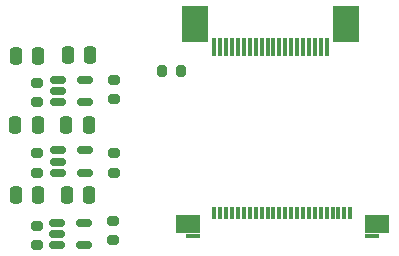
<source format=gtp>
G04 #@! TF.GenerationSoftware,KiCad,Pcbnew,9.0.0*
G04 #@! TF.CreationDate,2025-09-01T12:56:58+03:00*
G04 #@! TF.ProjectId,OV24-RV_V1.0,4f563234-2d52-4565-9f56-312e302e6b69,rev?*
G04 #@! TF.SameCoordinates,Original*
G04 #@! TF.FileFunction,Paste,Top*
G04 #@! TF.FilePolarity,Positive*
%FSLAX46Y46*%
G04 Gerber Fmt 4.6, Leading zero omitted, Abs format (unit mm)*
G04 Created by KiCad (PCBNEW 9.0.0) date 2025-09-01 12:56:58*
%MOMM*%
%LPD*%
G01*
G04 APERTURE LIST*
G04 Aperture macros list*
%AMRoundRect*
0 Rectangle with rounded corners*
0 $1 Rounding radius*
0 $2 $3 $4 $5 $6 $7 $8 $9 X,Y pos of 4 corners*
0 Add a 4 corners polygon primitive as box body*
4,1,4,$2,$3,$4,$5,$6,$7,$8,$9,$2,$3,0*
0 Add four circle primitives for the rounded corners*
1,1,$1+$1,$2,$3*
1,1,$1+$1,$4,$5*
1,1,$1+$1,$6,$7*
1,1,$1+$1,$8,$9*
0 Add four rect primitives between the rounded corners*
20,1,$1+$1,$2,$3,$4,$5,0*
20,1,$1+$1,$4,$5,$6,$7,0*
20,1,$1+$1,$6,$7,$8,$9,0*
20,1,$1+$1,$8,$9,$2,$3,0*%
G04 Aperture macros list end*
%ADD10RoundRect,0.150000X-0.512500X-0.150000X0.512500X-0.150000X0.512500X0.150000X-0.512500X0.150000X0*%
%ADD11RoundRect,0.250000X0.250000X0.475000X-0.250000X0.475000X-0.250000X-0.475000X0.250000X-0.475000X0*%
%ADD12R,0.300000X1.100000*%
%ADD13R,2.100000X1.600000*%
%ADD14R,1.300000X0.350000*%
%ADD15RoundRect,0.200000X-0.275000X0.200000X-0.275000X-0.200000X0.275000X-0.200000X0.275000X0.200000X0*%
%ADD16RoundRect,0.200000X-0.200000X-0.275000X0.200000X-0.275000X0.200000X0.275000X-0.200000X0.275000X0*%
%ADD17R,0.300000X1.600000*%
%ADD18R,2.240000X3.120000*%
G04 APERTURE END LIST*
D10*
X58786250Y-74601250D03*
X58786250Y-75551250D03*
X58786250Y-76501250D03*
X61061250Y-76501250D03*
X61061250Y-74601250D03*
D11*
X57103750Y-78401250D03*
X55203750Y-78401250D03*
D12*
X72043750Y-79916250D03*
X72543750Y-79916250D03*
X73043750Y-79916250D03*
X73543750Y-79916250D03*
X74043750Y-79916250D03*
X74543750Y-79916250D03*
X75043750Y-79916250D03*
X75543750Y-79916250D03*
X76043750Y-79916250D03*
X76543750Y-79916250D03*
X77043750Y-79916250D03*
X77543750Y-79916250D03*
X78043750Y-79916250D03*
X78543750Y-79916250D03*
X79043750Y-79916250D03*
X79543750Y-79916250D03*
X80043750Y-79916250D03*
X80543750Y-79916250D03*
X81043750Y-79916250D03*
X81543750Y-79916250D03*
X82043750Y-79916250D03*
X82543750Y-79916250D03*
X83043750Y-79916250D03*
X83543750Y-79916250D03*
D13*
X69793750Y-80866250D03*
D14*
X70193750Y-81841250D03*
X85393750Y-81841250D03*
D13*
X85793750Y-80866250D03*
D10*
X58736250Y-80711250D03*
X58736250Y-81661250D03*
X58736250Y-82611250D03*
X61011250Y-82611250D03*
X61011250Y-80711250D03*
D11*
X57092500Y-72446250D03*
X55192500Y-72446250D03*
X61503750Y-66541250D03*
X59603750Y-66541250D03*
D15*
X63513750Y-68591250D03*
X63513750Y-70241250D03*
D10*
X58772500Y-68636250D03*
X58772500Y-69586250D03*
X58772500Y-70536250D03*
X61047500Y-70536250D03*
X61047500Y-68636250D03*
D11*
X61412500Y-72446250D03*
X59512500Y-72446250D03*
D16*
X67603750Y-67891250D03*
X69253750Y-67891250D03*
D17*
X81543750Y-65871250D03*
X81043750Y-65871250D03*
X80543750Y-65871250D03*
X80043750Y-65871250D03*
X79543750Y-65871250D03*
X79043750Y-65871250D03*
X78543750Y-65871250D03*
X78043750Y-65871250D03*
X77543750Y-65871250D03*
X77043750Y-65871250D03*
X76543750Y-65871250D03*
X76043750Y-65871250D03*
X75543750Y-65871250D03*
X75043750Y-65871250D03*
X74543750Y-65871250D03*
X74043750Y-65871250D03*
X73543750Y-65871250D03*
X73043750Y-65871250D03*
X72543750Y-65871250D03*
X72043750Y-65871250D03*
D18*
X83190750Y-63891250D03*
X70396750Y-63891250D03*
D15*
X63513750Y-74841250D03*
X63513750Y-76491250D03*
X57013750Y-74846250D03*
X57013750Y-76496250D03*
X57057500Y-68881250D03*
X57057500Y-70531250D03*
X63483750Y-80558750D03*
X63483750Y-82208750D03*
X57003750Y-80966250D03*
X57003750Y-82616250D03*
D11*
X61443750Y-78411250D03*
X59543750Y-78411250D03*
X57103750Y-66601250D03*
X55203750Y-66601250D03*
M02*

</source>
